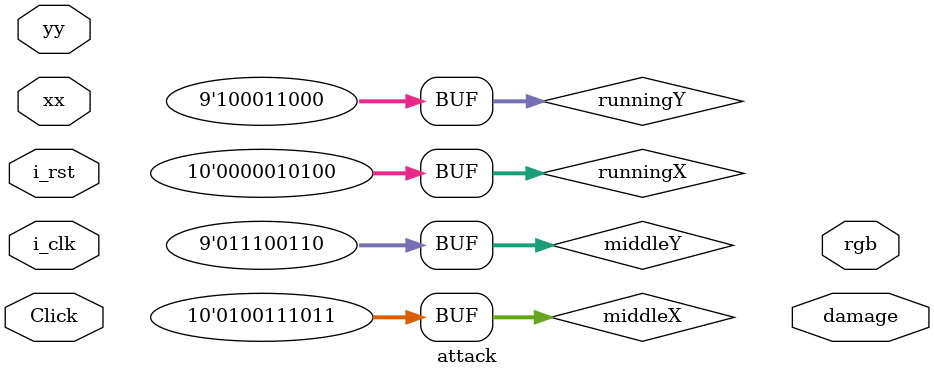
<source format=v>
`timescale 1ns / 1ps


module attack(
    input wire i_clk,
    input wire i_rst,
    input wire [9:0] xx, 
    input wire [9:0] yy,
    input wire Click,
    output wire [11:0] rgb,
    output wire [7:0] damage
    );
    
    reg [9:0] middleX = 315; // X start position
    reg [8:0] middleY = 230; // Y start position
    localparam middleWidth = 10; // width in pixels
    localparam middleHeight = 27; // height in pixels
    
    reg [9:0] runningX = 20; // X start position
    reg [8:0] runningY = 280; // Y start position
    localparam runningWidth = 6; // width in pixels
    localparam runningHeight = 60; // height in pixels
    
    always @ (posedge i_clk)
    begin
    
    end
    
endmodule

</source>
